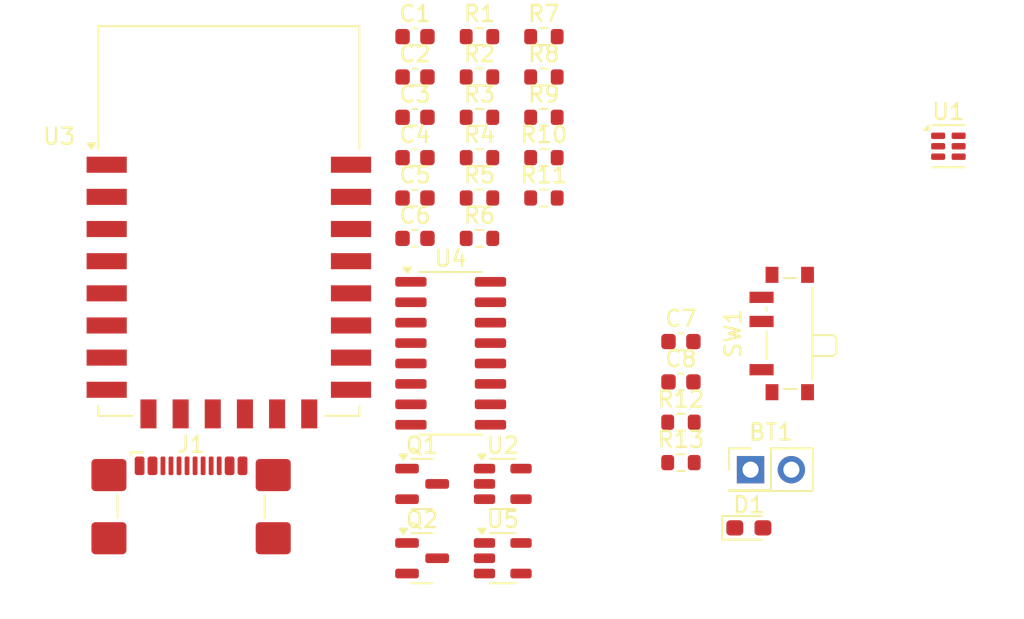
<source format=kicad_pcb>
(kicad_pcb (version 20240108) (generator "pcbnew") (generator_version "8.0")
  (layers (0 "F.Cu" signal) (31 "B.Cu" signal) (34 "B.Paste" user) (35 "F.Paste" user) (36 "B.SilkS" user "B.Silkscreen") (37 "F.SilkS" user "F.Silkscreen") (38 "B.Mask" user) (39 "F.Mask" user) (44 "Edge.Cuts" user))
  (net 0 "")
  (net 1 "VBUS")
  (net 2 "GND")
  (net 3 "+3.3V")
  (net 4 "VBAT")
  (net 5 "Net-(J1-CC2)")
  (net 6 "Net-(U4-UD-)")
  (net 7 "Net-(U4-UD+)")
  (net 8 "Net-(J1-CC1)")
  (net 11 "Net-(BT1-+)")
  (net 12 "Net-(Q1-B)")
  (net 13 "Net-(U4-V3)")
  (net 14 "Net-(Q1-E)")
  (net 15 "BOOT")
  (net 16 "Net-(Q2-B)")
  (net 17 "Net-(U4-TXD)")
  (net 18 "RXD")
  (net 19 "Net-(U4-RXD)")
  (net 20 "TXD")
  (net 21 "Net-(U2-PROG)")
  (net 22 "Net-(U2-STAT)")
  (net 23 "Net-(D1-K)")
  (net 24 "SDA")
  (net 25 "SCL")
  (net 26 "INT")
  (net 29 "Net-(Q2-E)")
  (net 35 "Net-(U3-GPIO15)")
  (net 36 "Net-(U3-EN)")
  (net 40 "RST")
  (footprint "Resistor_SMD:R_0603_1608Metric" (layer "F.Cu") (at 141.2 56.55)
    (property "Reference" "R9" (at 0 -1.43 0) (layer "F.SilkS"))
    (property "Value" "12K")
    (fp_line (start -0.237258 -0.5225) (end 0.237258 -0.5225) (stroke (width 0.12)) (layer "F.SilkS"))
    (fp_line (start -0.237258 0.5225) (end 0.237258 0.5225) (stroke (width 0.12)) (layer "F.SilkS"))
    (pad "1" smd roundrect (at -0.825 0) (size 0.8 0.95) (layers "F.Cu" "F.Paste" "F.Mask") (net 24 "SDA"))
    (pad "2" smd roundrect (at 0.825 0) (size 0.8 0.95) (layers "F.Cu" "F.Paste" "F.Mask") (net 3 "+3.3V"))
  )
  (footprint "Capacitor_SMD:C_0603_1608Metric" (layer "F.Cu") (at 133.18 56.55)
    (property "Reference" "C3" (at 0 -1.43 0) (layer "F.SilkS"))
    (property "Value" "0.1uF")
    (fp_line (start -0.14058 -0.51) (end 0.14058 -0.51) (stroke (width 0.12)) (layer "F.SilkS"))
    (fp_line (start -0.14058 0.51) (end 0.14058 0.51) (stroke (width 0.12)) (layer "F.SilkS"))
    (pad "1" smd roundrect (at -0.775 0) (size 0.9 0.95) (layers "F.Cu" "F.Paste" "F.Mask") (net 3 "+3.3V"))
    (pad "2" smd roundrect (at 0.775 0) (size 0.9 0.95) (layers "F.Cu" "F.Paste" "F.Mask") (net 2 "GND"))
  )
  (footprint "Package_TO_SOT_SMD:SOT-23" (layer "F.Cu") (at 133.62 83.98)
    (property "Reference" "Q2" (at 0 -2.4 0) (layer "F.SilkS"))
    (property "Value" "MMBT3904")
    (fp_line (start 0 -1.56) (end -0.65 -1.56) (stroke (width 0.12)) (layer "F.SilkS"))
    (fp_line (start 0 -1.56) (end 0.65 -1.56) (stroke (width 0.12)) (layer "F.SilkS"))
    (fp_line (start 0 1.56) (end -0.65 1.56) (stroke (width 0.12)) (layer "F.SilkS"))
    (fp_line (start 0 1.56) (end 0.65 1.56) (stroke (width 0.12)) (layer "F.SilkS"))
    (fp_poly (pts (xy -1.1625 -1.51) (xy -1.4025 -1.84) (xy -0.9225 -1.84) (xy -1.1625 -1.51)) (stroke (width 0.12)) (fill solid) (layer "F.SilkS"))
    (pad "1" smd roundrect (at -0.9375 -0.95) (size 1.475 0.6) (layers "F.Cu" "F.Paste" "F.Mask") (net 16 "Net-(Q2-B)"))
    (pad "2" smd roundrect (at -0.9375 0.95) (size 1.475 0.6) (layers "F.Cu" "F.Paste" "F.Mask") (net 29 "Net-(Q2-E)"))
    (pad "3" smd roundrect (at 0.9375 0) (size 1.475 0.6) (layers "F.Cu" "F.Paste" "F.Mask") (net 15 "BOOT"))
  )
  (footprint "Resistor_SMD:R_0603_1608Metric" (layer "F.Cu") (at 149.725 78.03)
    (property "Reference" "R13" (at 0 -1.43 0) (layer "F.SilkS"))
    (property "Value" "12K")
    (fp_line (start -0.237258 -0.5225) (end 0.237258 -0.5225) (stroke (width 0.12)) (layer "F.SilkS"))
    (fp_line (start -0.237258 0.5225) (end 0.237258 0.5225) (stroke (width 0.12)) (layer "F.SilkS"))
    (pad "1" smd roundrect (at -0.825 0) (size 0.8 0.95) (layers "F.Cu" "F.Paste" "F.Mask") (net 3 "+3.3V"))
    (pad "2" smd roundrect (at 0.825 0) (size 0.8 0.95) (layers "F.Cu" "F.Paste" "F.Mask") (net 36 "Net-(U3-EN)"))
  )
  (footprint "RF_Module:ESP-12E" (layer "F.Cu") (at 121.6 63)
    (property "Reference" "U3" (at -10.56 -5.26 0) (layer "F.SilkS"))
    (property "Value" "ESP-12F")
    (fp_line (start -8.12 -12.12) (end 8.12 -12.12) (stroke (width 0.12)) (layer "F.SilkS"))
    (fp_line (start -8.12 -4.5) (end -8.12 -12.12) (stroke (width 0.12)) (layer "F.SilkS"))
    (fp_line (start -8.12 12.12) (end -8.12 11.5) (stroke (width 0.12)) (layer "F.SilkS"))
    (fp_line (start -6 12.12) (end -8.12 12.12) (stroke (width 0.12)) (layer "F.SilkS"))
    (fp_line (start 8.12 -12.12) (end 8.12 -4.5) (stroke (width 0.12)) (layer "F.SilkS"))
    (fp_line (start 8.12 11.5) (end 8.12 12.12) (stroke (width 0.12)) (layer "F.SilkS"))
    (fp_line (start 8.12 12.12) (end 6 12.12) (stroke (width 0.12)) (layer "F.SilkS"))
    (fp_poly (pts (xy -8.55 -4.5) (xy -8.79 -4.836) (xy -8.31 -4.836) (xy -8.55 -4.5)) (stroke (width 0.12)) (fill solid) (layer "F.SilkS"))
    (pad "1" smd rect (at -7.6 -3.5) (size 2.5 1) (layers "F.Cu" "F.Paste" "F.Mask") (net 40 "RST"))
    (pad "2" smd rect (at -7.6 -1.5) (size 2.5 1) (layers "F.Cu" "F.Paste" "F.Mask"))
    (pad "3" smd rect (at -7.6 0.5) (size 2.5 1) (layers "F.Cu" "F.Paste" "F.Mask") (net 36 "Net-(U3-EN)"))
    (pad "4" smd rect (at -7.6 2.5) (size 2.5 1) (layers "F.Cu" "F.Paste" "F.Mask"))
    (pad "5" smd rect (at -7.6 4.5) (size 2.5 1) (layers "F.Cu" "F.Paste" "F.Mask") (net 25 "SCL"))
    (pad "6" smd rect (at -7.6 6.5) (size 2.5 1) (layers "F.Cu" "F.Paste" "F.Mask"))
    (pad "7" smd rect (at -7.6 8.5) (size 2.5 1) (layers "F.Cu" "F.Paste" "F.Mask"))
    (pad "8" smd rect (at -7.6 10.5) (size 2.5 1) (layers "F.Cu" "F.Paste" "F.Mask") (net 3 "+3.3V"))
    (pad "9" smd rect (at -5 12) (size 1 1.8) (layers "F.Cu" "F.Paste" "F.Mask"))
    (pad "10" smd rect (at -3 12) (size 1 1.8) (layers "F.Cu" "F.Paste" "F.Mask"))
    (pad "11" smd rect (at -1 12) (size 1 1.8) (layers "F.Cu" "F.Paste" "F.Mask"))
    (pad "12" smd rect (at 1 12) (size 1 1.8) (layers "F.Cu" "F.Paste" "F.Mask"))
    (pad "13" smd rect (at 3 12) (size 1 1.8) (layers "F.Cu" "F.Paste" "F.Mask"))
    (pad "14" smd rect (at 5 12) (size 1 1.8) (layers "F.Cu" "F.Paste" "F.Mask"))
    (pad "15" smd rect (at 7.6 10.5) (size 2.5 1) (layers "F.Cu" "F.Paste" "F.Mask") (net 2 "GND"))
    (pad "16" smd rect (at 7.6 8.5) (size 2.5 1) (layers "F.Cu" "F.Paste" "F.Mask") (net 35 "Net-(U3-GPIO15)"))
    (pad "17" smd rect (at 7.6 6.5) (size 2.5 1) (layers "F.Cu" "F.Paste" "F.Mask") (net 24 "SDA"))
    (pad "18" smd rect (at 7.6 4.5) (size 2.5 1) (layers "F.Cu" "F.Paste" "F.Mask") (net 15 "BOOT"))
    (pad "19" smd rect (at 7.6 2.5) (size 2.5 1) (layers "F.Cu" "F.Paste" "F.Mask") (net 26 "INT"))
    (pad "20" smd rect (at 7.6 0.5) (size 2.5 1) (layers "F.Cu" "F.Paste" "F.Mask"))
    (pad "21" smd rect (at 7.6 -1.5) (size 2.5 1) (layers "F.Cu" "F.Paste" "F.Mask") (net 18 "RXD"))
    (pad "22" smd rect (at 7.6 -3.5) (size 2.5 1) (layers "F.Cu" "F.Paste" "F.Mask") (net 20 "TXD"))
  )
  (footprint "Resistor_SMD:R_0603_1608Metric" (layer "F.Cu") (at 137.19 61.57)
    (property "Reference" "R5" (at 0 -1.43 0) (layer "F.SilkS"))
    (property "Value" "12K")
    (fp_line (start -0.237258 -0.5225) (end 0.237258 -0.5225) (stroke (width 0.12)) (layer "F.SilkS"))
    (fp_line (start -0.237258 0.5225) (end 0.237258 0.5225) (stroke (width 0.12)) (layer "F.SilkS"))
    (pad "1" smd roundrect (at -0.825 0) (size 0.8 0.95) (layers "F.Cu" "F.Paste" "F.Mask") (net 29 "Net-(Q2-E)"))
    (pad "2" smd roundrect (at 0.825 0) (size 0.8 0.95) (layers "F.Cu" "F.Paste" "F.Mask") (net 12 "Net-(Q1-B)"))
  )
  (footprint "OptoDevice:AMS_TSL25911FN" (layer "F.Cu") (at 166.3625 58.35)
    (property "Reference" "U1" (at 0 -2.15 0) (layer "F.SilkS"))
    (property "Value" "TSL25911FN")
    (fp_line (start -1 -1.31) (end 1 -1.31) (stroke (width 0.12)) (layer "F.SilkS"))
    (fp_line (start -1 1.31) (end 1 1.31) (stroke (width 0.12)) (layer "F.SilkS"))
    (fp_poly (pts (xy -1.23 -1.01) (xy -1.51 -1.01) (xy -1.23 -1.29) (xy -1.23 -1.01)) (stroke (width 0.12)) (fill solid) (layer "F.SilkS"))
    (pad "1" smd roundrect (at -0.6375 -0.65) (size 0.875 0.4) (layers "F.Cu" "F.Paste" "F.Mask") (net 25 "SCL"))
    (pad "2" smd roundrect (at -0.6375 0) (size 0.875 0.4) (layers "F.Cu" "F.Paste" "F.Mask") (net 26 "INT"))
    (pad "3" smd roundrect (at -0.6375 0.65) (size 0.875 0.4) (layers "F.Cu" "F.Paste" "F.Mask") (net 2 "GND"))
    (pad "4" smd roundrect (at 0.6375 0.65) (size 0.875 0.4) (layers "F.Cu" "F.Paste" "F.Mask"))
    (pad "5" smd roundrect (at 0.6375 0) (size 0.875 0.4) (layers "F.Cu" "F.Paste" "F.Mask") (net 3 "+3.3V"))
    (pad "6" smd roundrect (at 0.6375 -0.65) (size 0.875 0.4) (layers "F.Cu" "F.Paste" "F.Mask") (net 24 "SDA"))
  )
  (footprint "Resistor_SMD:R_0603_1608Metric" (layer "F.Cu") (at 141.2 61.57)
    (property "Reference" "R11" (at 0 -1.43 0) (layer "F.SilkS"))
    (property "Value" "12K")
    (fp_line (start -0.237258 -0.5225) (end 0.237258 -0.5225) (stroke (width 0.12)) (layer "F.SilkS"))
    (fp_line (start -0.237258 0.5225) (end 0.237258 0.5225) (stroke (width 0.12)) (layer "F.SilkS"))
    (pad "1" smd roundrect (at -0.825 0) (size 0.8 0.95) (layers "F.Cu" "F.Paste" "F.Mask") (net 26 "INT"))
    (pad "2" smd roundrect (at 0.825 0) (size 0.8 0.95) (layers "F.Cu" "F.Paste" "F.Mask") (net 3 "+3.3V"))
  )
  (footprint "Capacitor_SMD:C_0603_1608Metric" (layer "F.Cu") (at 133.18 59.06)
    (property "Reference" "C4" (at 0 -1.43 0) (layer "F.SilkS"))
    (property "Value" "10uF")
    (fp_line (start -0.14058 -0.51) (end 0.14058 -0.51) (stroke (width 0.12)) (layer "F.SilkS"))
    (fp_line (start -0.14058 0.51) (end 0.14058 0.51) (stroke (width 0.12)) (layer "F.SilkS"))
    (pad "1" smd roundrect (at -0.775 0) (size 0.9 0.95) (layers "F.Cu" "F.Paste" "F.Mask") (net 4 "VBAT"))
    (pad "2" smd roundrect (at 0.775 0) (size 0.9 0.95) (layers "F.Cu" "F.Paste" "F.Mask") (net 2 "GND"))
  )
  (footprint "Package_TO_SOT_SMD:SOT-23" (layer "F.Cu") (at 133.62 79.355)
    (property "Reference" "Q1" (at 0 -2.4 0) (layer "F.SilkS"))
    (property "Value" "MMBT3904")
    (fp_line (start 0 -1.56) (end -0.65 -1.56) (stroke (width 0.12)) (layer "F.SilkS"))
    (fp_line (start 0 -1.56) (end 0.65 -1.56) (stroke (width 0.12)) (layer "F.SilkS"))
    (fp_line (start 0 1.56) (end -0.65 1.56) (stroke (width 0.12)) (layer "F.SilkS"))
    (fp_line (start 0 1.56) (end 0.65 1.56) (stroke (width 0.12)) (layer "F.SilkS"))
    (fp_poly (pts (xy -1.1625 -1.51) (xy -1.4025 -1.84) (xy -0.9225 -1.84) (xy -1.1625 -1.51)) (stroke (width 0.12)) (fill solid) (layer "F.SilkS"))
    (pad "1" smd roundrect (at -0.9375 -0.95) (size 1.475 0.6) (layers "F.Cu" "F.Paste" "F.Mask") (net 12 "Net-(Q1-B)"))
    (pad "2" smd roundrect (at -0.9375 0.95) (size 1.475 0.6) (layers "F.Cu" "F.Paste" "F.Mask") (net 14 "Net-(Q1-E)"))
    (pad "3" smd roundrect (at 0.9375 0) (size 1.475 0.6) (layers "F.Cu" "F.Paste" "F.Mask") (net 40 "RST"))
  )
  (footprint "Resistor_SMD:R_0603_1608Metric" (layer "F.Cu") (at 137.19 64.08)
    (property "Reference" "R6" (at 0 -1.43 0) (layer "F.SilkS"))
    (property "Value" "12K")
    (fp_line (start -0.237258 -0.5225) (end 0.237258 -0.5225) (stroke (width 0.12)) (layer "F.SilkS"))
    (fp_line (start -0.237258 0.5225) (end 0.237258 0.5225) (stroke (width 0.12)) (layer "F.SilkS"))
    (pad "1" smd roundrect (at -0.825 0) (size 0.8 0.95) (layers "F.Cu" "F.Paste" "F.Mask") (net 14 "Net-(Q1-E)"))
    (pad "2" smd roundrect (at 0.825 0) (size 0.8 0.95) (layers "F.Cu" "F.Paste" "F.Mask") (net 16 "Net-(Q2-B)"))
  )
  (footprint "LED_SMD:LED_0603_1608Metric_Pad1.05x0.95mm_HandSolder" (layer "F.Cu") (at 153.95 82.09)
    (property "Reference" "D1" (at 0 -1.43 0) (layer "F.SilkS"))
    (property "Value" "LED")
    (fp_line (start -1.66 -0.735) (end -1.66 0.735) (stroke (width 0.12)) (layer "F.SilkS"))
    (fp_line (start -1.66 0.735) (end 0.8 0.735) (stroke (width 0.12)) (layer "F.SilkS"))
    (fp_line (start 0.8 -0.735) (end -1.66 -0.735) (stroke (width 0.12)) (layer "F.SilkS"))
    (pad "1" smd roundrect (at -0.875 0) (size 1.05 0.95) (layers "F.Cu" "F.Paste" "F.Mask") (net 23 "Net-(D1-K)"))
    (pad "2" smd roundrect (at 0.875 0) (size 1.05 0.95) (layers "F.Cu" "F.Paste" "F.Mask") (net 1 "VBUS"))
  )
  (footprint "Capacitor_SMD:C_0603_1608Metric" (layer "F.Cu") (at 133.18 51.53)
    (property "Reference" "C1" (at 0 -1.43 0) (layer "F.SilkS"))
    (property "Value" "10uF")
    (fp_line (start -0.14058 -0.51) (end 0.14058 -0.51) (stroke (width 0.12)) (layer "F.SilkS"))
    (fp_line (start -0.14058 0.51) (end 0.14058 0.51) (stroke (width 0.12)) (layer "F.SilkS"))
    (pad "1" smd roundrect (at -0.775 0) (size 0.9 0.95) (layers "F.Cu" "F.Paste" "F.Mask") (net 1 "VBUS"))
    (pad "2" smd roundrect (at 0.775 0) (size 0.9 0.95) (layers "F.Cu" "F.Paste" "F.Mask") (net 2 "GND"))
  )
  (footprint "Capacitor_SMD:C_0603_1608Metric" (layer "F.Cu") (at 149.725 73.01)
    (property "Reference" "C8" (at 0 -1.43 0) (layer "F.SilkS"))
    (property "Value" "0.1uF")
    (fp_line (start -0.14058 -0.51) (end 0.14058 -0.51) (stroke (width 0.12)) (layer "F.SilkS"))
    (fp_line (start -0.14058 0.51) (end 0.14058 0.51) (stroke (width 0.12)) (layer "F.SilkS"))
    (pad "1" smd roundrect (at -0.775 0) (size 0.9 0.95) (layers "F.Cu" "F.Paste" "F.Mask") (net 13 "Net-(U4-V3)"))
    (pad "2" smd roundrect (at 0.775 0) (size 0.9 0.95) (layers "F.Cu" "F.Paste" "F.Mask") (net 2 "GND"))
  )
  (footprint "Capacitor_SMD:C_0603_1608Metric" (layer "F.Cu") (at 133.18 64.08)
    (property "Reference" "C6" (at 0 -1.43 0) (layer "F.SilkS"))
    (property "Value" "0.1uF")
    (fp_line (start -0.14058 -0.51) (end 0.14058 -0.51) (stroke (width 0.12)) (layer "F.SilkS"))
    (fp_line (start -0.14058 0.51) (end 0.14058 0.51) (stroke (width 0.12)) (layer "F.SilkS"))
    (pad "1" smd roundrect (at -0.775 0) (size 0.9 0.95) (layers "F.Cu" "F.Paste" "F.Mask") (net 4 "VBAT"))
    (pad "2" smd roundrect (at 0.775 0) (size 0.9 0.95) (layers "F.Cu" "F.Paste" "F.Mask") (net 2 "GND"))
  )
  (footprint "Resistor_SMD:R_0603_1608Metric" (layer "F.Cu") (at 137.19 54.04)
    (property "Reference" "R2" (at 0 -1.43 0) (layer "F.SilkS"))
    (property "Value" "5.1K")
    (fp_line (start -0.237258 -0.5225) (end 0.237258 -0.5225) (stroke (width 0.12)) (layer "F.SilkS"))
    (fp_line (start -0.237258 0.5225) (end 0.237258 0.5225) (stroke (width 0.12)) (layer "F.SilkS"))
    (pad "1" smd roundrect (at -0.825 0) (size 0.8 0.95) (layers "F.Cu" "F.Paste" "F.Mask") (net 5 "Net-(J1-CC2)"))
    (pad "2" smd roundrect (at 0.825 0) (size 0.8 0.95) (layers "F.Cu" "F.Paste" "F.Mask") (net 2 "GND"))
  )
  (footprint "Package_TO_SOT_SMD:SOT-23-5" (layer "F.Cu") (at 138.64 79.355)
    (property "Reference" "U2" (at 0 -2.4 0) (layer "F.SilkS"))
    (property "Value" "MCP73831-2-OT")
    (fp_line (start 0 -1.56) (end -0.8 -1.56) (stroke (width 0.12)) (layer "F.SilkS"))
    (fp_line (start 0 -1.56) (end 0.8 -1.56) (stroke (width 0.12)) (layer "F.SilkS"))
    (fp_line (start 0 1.56) (end -0.8 1.56) (stroke (width 0.12)) (layer "F.SilkS"))
    (fp_line (start 0 1.56) (end 0.8 1.56) (stroke (width 0.12)) (layer "F.SilkS"))
    (fp_poly (pts (xy -1.3 -1.51) (xy -1.54 -1.84) (xy -1.06 -1.84) (xy -1.3 -1.51)) (stroke (width 0.12)) (fill solid) (layer "F.SilkS"))
    (pad "1" smd roundrect (at -1.1375 -0.95) (size 1.325 0.6) (layers "F.Cu" "F.Paste" "F.Mask") (net 22 "Net-(U2-STAT)"))
    (pad "2" smd roundrect (at -1.1375 0) (size 1.325 0.6) (layers "F.Cu" "F.Paste" "F.Mask") (net 2 "GND"))
    (pad "3" smd roundrect (at -1.1375 0.95) (size 1.325 0.6) (layers "F.Cu" "F.Paste" "F.Mask") (net 4 "VBAT"))
    (pad "4" smd roundrect (at 1.1375 0.95) (size 1.325 0.6) (layers "F.Cu" "F.Paste" "F.Mask") (net 1 "VBUS"))
    (pad "5" smd roundrect (at 1.1375 -0.95) (size 1.325 0.6) (layers "F.Cu" "F.Paste" "F.Mask") (net 21 "Net-(U2-PROG)"))
  )
  (footprint "Resistor_SMD:R_0603_1608Metric" (layer "F.Cu") (at 137.19 51.53)
    (property "Reference" "R1" (at 0 -1.43 0) (layer "F.SilkS"))
    (property "Value" "5.1K")
    (fp_line (start -0.237258 -0.5225) (end 0.237258 -0.5225) (stroke (width 0.12)) (layer "F.SilkS"))
    (fp_line (start -0.237258 0.5225) (end 0.237258 0.5225) (stroke (width 0.12)) (layer "F.SilkS"))
    (pad "1" smd roundrect (at -0.825 0) (size 0.8 0.95) (layers "F.Cu" "F.Paste" "F.Mask") (net 8 "Net-(J1-CC1)"))
    (pad "2" smd roundrect (at 0.825 0) (size 0.8 0.95) (layers "F.Cu" "F.Paste" "F.Mask") (net 2 "GND"))
  )
  (footprint "Capacitor_SMD:C_0603_1608Metric" (layer "F.Cu") (at 149.725 70.5)
    (property "Reference" "C7" (at 0 -1.43 0) (layer "F.SilkS"))
    (property "Value" "0.1uF")
    (fp_line (start -0.14058 -0.51) (end 0.14058 -0.51) (stroke (width 0.12)) (layer "F.SilkS"))
    (fp_line (start -0.14058 0.51) (end 0.14058 0.51) (stroke (width 0.12)) (layer "F.SilkS"))
    (pad "1" smd roundrect (at -0.775 0) (size 0.9 0.95) (layers "F.Cu" "F.Paste" "F.Mask") (net 1 "VBUS"))
    (pad "2" smd roundrect (at 0.775 0) (size 0.9 0.95) (layers "F.Cu" "F.Paste" "F.Mask") (net 2 "GND"))
  )
  (footprint "Resistor_SMD:R_0603_1608Metric" (layer "F.Cu") (at 137.19 56.55)
    (property "Reference" "R3" (at 0 -1.43 0) (layer "F.SilkS"))
    (property "Value" "499")
    (fp_line (start -0.237258 -0.5225) (end 0.237258 -0.5225) (stroke (width 0.12)) (layer "F.SilkS"))
    (fp_line (start -0.237258 0.5225) (end 0.237258 0.5225) (stroke (width 0.12)) (layer "F.SilkS"))
    (pad "1" smd roundrect (at -0.825 0) (size 0.8 0.95) (layers "F.Cu" "F.Paste" "F.Mask") (net 17 "Net-(U4-TXD)"))
    (pad "2" smd roundrect (at 0.825 0) (size 0.8 0.95) (layers "F.Cu" "F.Paste" "F.Mask") (net 18 "RXD"))
  )
  (footprint "Capacitor_SMD:C_0603_1608Metric" (layer "F.Cu") (at 133.18 61.57)
    (property "Reference" "C5" (at 0 -1.43 0) (layer "F.SilkS"))
    (property "Value" "0.1uF")
    (fp_line (start -0.14058 -0.51) (end 0.14058 -0.51) (stroke (width 0.12)) (layer "F.SilkS"))
    (fp_line (start -0.14058 0.51) (end 0.14058 0.51) (stroke (width 0.12)) (layer "F.SilkS"))
    (pad "1" smd roundrect (at -0.775 0) (size 0.9 0.95) (layers "F.Cu" "F.Paste" "F.Mask") (net 3 "+3.3V"))
    (pad "2" smd roundrect (at 0.775 0) (size 0.9 0.95) (layers "F.Cu" "F.Paste" "F.Mask") (net 2 "GND"))
  )
  (footprint "Connector_USB:USB_C_Receptacle_GCT_USB4110" (layer "F.Cu") (at 119.25 81.91)
    (property "Reference" "J1" (at 0 -5.015 0) (layer "F.SilkS"))
    (property "Value" "USB_C_Receptacle_USB2.0_16P")
    (fp_line (start -4.58 -0.435) (end -4.58 -1.845) (stroke (width 0.12)) (layer "F.SilkS"))
    (fp_line (start -3.76 -4.515) (end -3.76 -4.365) (stroke (width 0.12)) (layer "F.SilkS"))
    (fp_line (start -2.96 -4.515) (end -3.76 -4.515) (stroke (width 0.12)) (layer "F.SilkS"))
    (fp_line (start 4.58 -0.435) (end 4.58 -1.845) (stroke (width 0.12)) (layer "F.SilkS"))
    (pad "" np_thru_hole circle (at -2.89 -2.605) (size 0.65 0.65) (drill 0.65) (layers "F&B.Cu" "*.Mask"))
    (pad "" np_thru_hole circle (at 2.89 -2.605) (size 0.65 0.65) (drill 0.65) (layers "F&B.Cu" "*.Mask"))
    (pad "A1" smd roundrect (at -3.2 -3.68) (size 0.6 1.15) (layers "F.Cu" "F.Paste" "F.Mask") (net 2 "GND"))
    (pad "A4" smd roundrect (at -2.4 -3.68) (size 0.6 1.15) (layers "F.Cu" "F.Paste" "F.Mask") (net 1 "VBUS"))
    (pad "A5" smd roundrect (at -1.25 -3.68) (size 0.3 1.15) (layers "F.Cu" "F.Paste" "F.Mask") (net 8 "Net-(J1-CC1)"))
    (pad "A6" smd roundrect (at -0.25 -3.68) (size 0.3 1.15) (layers "F.Cu" "F.Paste" "F.Mask") (net 7 "Net-(U4-UD+)"))
    (pad "A7" smd roundrect (at 0.25 -3.68) (size 0.3 1.15) (layers "F.Cu" "F.Paste" "F.Mask") (net 6 "Net-(U4-UD-)"))
    (pad "A8" smd roundrect (at 1.25 -3.68) (size 0.3 1.15) (layers "F.Cu" "F.Paste" "F.Mask"))
    (pad "A9" smd roundrect (at 2.4 -3.68) (size 0.6 1.15) (layers "F.Cu" "F.Paste" "F.Mask") (net 1 "VBUS"))
    (pad "A12" smd roundrect (at 3.2 -3.68) (size 0.6 1.15) (layers "F.Cu" "F.Paste" "F.Mask") (net 2 "GND"))
    (pad "B1" smd roundrect (at 3.2 -3.68) (size 0.6 1.15) (layers "F.Cu" "F.Paste" "F.Mask") (net 2 "GND"))
    (pad "B4" smd roundrect (at 2.4 -3.68) (size 0.6 1.15) (layers "F.Cu" "F.Paste" "F.Mask") (net 1 "VBUS"))
    (pad "B5" smd roundrect (at 1.75 -3.68) (size 0.3 1.15) (layers "F.Cu" "F.Paste" "F.Mask") (net 5 "Net-(J1-CC2)"))
    (pad "B6" smd roundrect (at 0.75 -3.68) (size 0.3 1.15) (layers "F.Cu" "F.Paste" "F.Mask") (net 7 "Net-(U4-UD+)"))
    (pad "B7" smd roundrect (at -0.75 -3.68) (size 0.3 1.15) (layers "F.Cu" "F.Paste" "F.Mask") (net 6 "Net-(U4-UD-)"))
    (pad "B8" smd roundrect (at -1.75 -3.68) (size 0.3 1.15) (layers "F.Cu" "F.Paste" "F.Mask"))
    (pad "B9" smd roundrect (at -2.4 -3.68) (size 0.6 1.15) (layers "F.Cu" "F.Paste" "F.Mask") (net 1 "VBUS"))
    (pad "B12" smd roundrect (at -3.2 -3.68) (size 0.6 1.15) (layers "F.Cu" "F.Paste" "F.Mask") (net 2 "GND"))
    (pad "S1" smd roundrect (at -5.11 -3.105) (size 2.18 2) (layers "F.Cu" "F.Paste" "F.Mask") (roundrect_rratio 0.125) (net 2 "GND"))
    (pad "S1" smd roundrect (at -5.11 0.825) (size 2.18 2) (layers "F.Cu" "F.Paste" "F.Mask") (roundrect_rratio 0.125) (net 2 "GND"))
    (pad "S1" smd roundrect (at 5.11 -3.105) (size 2.18 2) (layers "F.Cu" "F.Paste" "F.Mask") (roundrect_rratio 0.125) (net 2 "GND"))
    (pad "S1" smd roundrect (at 5.11 0.825) (size 2.18 2) (layers "F.Cu" "F.Paste" "F.Mask") (roundrect_rratio 0.125) (net 2 "GND"))
  )
  (footprint "Resistor_SMD:R_0603_1608Metric" (layer "F.Cu") (at 137.19 59.06)
    (property "Reference" "R4" (at 0 -1.43 0) (layer "F.SilkS"))
    (property "Value" "499")
    (fp_line (start -0.237258 -0.5225) (end 0.237258 -0.5225) (stroke (width 0.12)) (layer "F.SilkS"))
    (fp_line (start -0.237258 0.5225) (end 0.237258 0.5225) (stroke (width 0.12)) (layer "F.SilkS"))
    (pad "1" smd roundrect (at -0.825 0) (size 0.8 0.95) (layers "F.Cu" "F.Paste" "F.Mask") (net 19 "Net-(U4-RXD)"))
    (pad "2" smd roundrect (at 0.825 0) (size 0.8 0.95) (layers "F.Cu" "F.Paste" "F.Mask") (net 20 "TXD"))
  )
  (footprint "Package_SO:SOIC-16_3.9x9.9mm_P1.27mm" (layer "F.Cu") (at 135.4 71.23)
    (property "Reference" "U4" (at 0 -5.9 0) (layer "F.SilkS"))
    (property "Value" "CH340C")
    (fp_line (start 0 -5.06) (end -1.95 -5.06) (stroke (width 0.12)) (layer "F.SilkS"))
    (fp_line (start 0 -5.06) (end 1.95 -5.06) (stroke (width 0.12)) (layer "F.SilkS"))
    (fp_line (start 0 5.06) (end -1.95 5.06) (stroke (width 0.12)) (layer "F.SilkS"))
    (fp_line (start 0 5.06) (end 1.95 5.06) (stroke (width 0.12)) (layer "F.SilkS"))
    (fp_poly (pts (xy -2.7 -5.005) (xy -2.94 -5.335) (xy -2.46 -5.335) (xy -2.7 -5.005)) (stroke (width 0.12)) (fill solid) (layer "F.SilkS"))
    (pad "1" smd roundrect (at -2.475 -4.445) (size 1.95 0.6) (layers "F.Cu" "F.Paste" "F.Mask") (net 2 "GND"))
    (pad "2" smd roundrect (at -2.475 -3.175) (size 1.95 0.6) (layers "F.Cu" "F.Paste" "F.Mask") (net 17 "Net-(U4-TXD)"))
    (pad "3" smd roundrect (at -2.475 -1.905) (size 1.95 0.6) (layers "F.Cu" "F.Paste" "F.Mask") (net 19 "Net-(U4-RXD)"))
    (pad "4" smd roundrect (at -2.475 -0.635) (size 1.95 0.6) (layers "F.Cu" "F.Paste" "F.Mask") (net 13 "Net-(U4-V3)"))
    (pad "5" smd roundrect (at -2.475 0.635) (size 1.95 0.6) (layers "F.Cu" "F.Paste" "F.Mask") (net 7 "Net-(U4-UD+)"))
    (pad "6" smd roundrect (at -2.475 1.905) (size 1.95 0.6) (layers "F.Cu" "F.Paste" "F.Mask") (net 6 "Net-(U4-UD-)"))
    (pad "7" smd roundrect (at -2.475 3.175) (size 1.95 0.6) (layers "F.Cu" "F.Paste" "F.Mask"))
    (pad "8" smd roundrect (at -2.475 4.445) (size 1.95 0.6) (layers "F.Cu" "F.Paste" "F.Mask"))
    (pad "9" smd roundrect (at 2.475 4.445) (size 1.95 0.6) (layers "F.Cu" "F.Paste" "F.Mask"))
    (pad "10" smd roundrect (at 2.475 3.175) (size 1.95 0.6) (layers "F.Cu" "F.Paste" "F.Mask"))
    (pad "11" smd roundrect (at 2.475 1.905) (size 1.95 0.6) (layers "F.Cu" "F.Paste" "F.Mask"))
    (pad "12" smd roundrect (at 2.475 0.635) (size 1.95 0.6) (layers "F.Cu" "F.Paste" "F.Mask"))
    (pad "13" smd roundrect (at 2.475 -0.635) (size 1.95 0.6) (layers "F.Cu" "F.Paste" "F.Mask") (net 29 "Net-(Q2-E)"))
    (pad "14" smd roundrect (at 2.475 -1.905) (size 1.95 0.6) (layers "F.Cu" "F.Paste" "F.Mask") (net 14 "Net-(Q1-E)"))
    (pad "15" smd roundrect (at 2.475 -3.175) (size 1.95 0.6) (layers "F.Cu" "F.Paste" "F.Mask"))
    (pad "16" smd roundrect (at 2.475 -4.445) (size 1.95 0.6) (layers "F.Cu" "F.Paste" "F.Mask") (net 1 "VBUS"))
  )
  (footprint "Resistor_SMD:R_0603_1608Metric" (layer "F.Cu") (at 141.2 54.04)
    (property "Reference" "R8" (at 0 -1.43 0) (layer "F.SilkS"))
    (property "Value" "12K")
    (fp_line (start -0.237258 -0.5225) (end 0.237258 -0.5225) (stroke (width 0.12)) (layer "F.SilkS"))
    (fp_line (start -0.237258 0.5225) (end 0.237258 0.5225) (stroke (width 0.12)) (layer "F.SilkS"))
    (pad "1" smd roundrect (at -0.825 0) (size 0.8 0.95) (layers "F.Cu" "F.Paste" "F.Mask") (net 23 "Net-(D1-K)"))
    (pad "2" smd roundrect (at 0.825 0) (size 0.8 0.95) (layers "F.Cu" "F.Paste" "F.Mask") (net 22 "Net-(U2-STAT)"))
  )
  (footprint "Resistor_SMD:R_0603_1608Metric" (layer "F.Cu") (at 149.725 75.52)
    (property "Reference" "R12" (at 0 -1.43 0) (layer "F.SilkS"))
    (property "Value" "12K")
    (fp_line (start -0.237258 -0.5225) (end 0.237258 -0.5225) (stroke (width 0.12)) (layer "F.SilkS"))
    (fp_line (start -0.237258 0.5225) (end 0.237258 0.5225) (stroke (width 0.12)) (layer "F.SilkS"))
    (pad "1" smd roundrect (at -0.825 0) (size 0.8 0.95) (layers "F.Cu" "F.Paste" "F.Mask") (net 35 "Net-(U3-GPIO15)"))
    (pad "2" smd roundrect (at 0.825 0) (size 0.8 0.95) (layers "F.Cu" "F.Paste" "F.Mask") (net 2 "GND"))
  )
  (footprint "Capacitor_SMD:C_0603_1608Metric" (layer "F.Cu") (at 133.18 54.04)
    (property "Reference" "C2" (at 0 -1.43 0) (layer "F.SilkS"))
    (property "Value" "10uF")
    (fp_line (start -0.14058 -0.51) (end 0.14058 -0.51) (stroke (width 0.12)) (layer "F.SilkS"))
    (fp_line (start -0.14058 0.51) (end 0.14058 0.51) (stroke (width 0.12)) (layer "F.SilkS"))
    (pad "1" smd roundrect (at -0.775 0) (size 0.9 0.95) (layers "F.Cu" "F.Paste" "F.Mask") (net 3 "+3.3V"))
    (pad "2" smd roundrect (at 0.775 0) (size 0.9 0.95) (layers "F.Cu" "F.Paste" "F.Mask") (net 2 "GND"))
  )
  (footprint "Button_Switch_SMD:SW_SPDT_PCM12" (layer "F.Cu") (at 156.17 70 90)
    (property "Reference" "SW1" (at 0 -3.2 90) (layer "F.SilkS"))
    (property "Value" "SW_SPDT")
    (fp_line (start 1.4 -1.12) (end 1.6 -1.12) (stroke (width 0.12)) (layer "F.SilkS"))
    (fp_line (start -1.6 -1.12) (end 0.1 -1.12) (stroke (width 0.12)) (layer "F.SilkS"))
    (fp_line (start -3.45 -0.07) (end -3.45 0.72) (stroke (width 0.12)) (layer "F.SilkS"))
    (fp_line (start 3.45 0.72) (end 3.45 -0.07) (stroke (width 0.12)) (layer "F.SilkS"))
    (fp_line (start -1.4 1.73) (end -1.4 3.02) (stroke (width 0.12)) (layer "F.SilkS"))
    (fp_line (start -2.85 1.73) (end 2.85 1.73) (stroke (width 0.12)) (layer "F.SilkS"))
    (fp_line (start -0.1 3.02) (end -0.1 1.73) (stroke (width 0.12)) (layer "F.SilkS"))
    (fp_line (start -0.1 3.02) (end -0.3 3.23) (stroke (width 0.12)) (layer "F.SilkS"))
    (fp_line (start -1.4 3.02) (end -1.2 3.23) (stroke (width 0.12)) (layer "F.SilkS"))
    (fp_line (start -1.2 3.23) (end -0.3 3.23) (stroke (width 0.12)) (layer "F.SilkS"))
    (pad "" smd rect (at -3.65 -0.78 90) (size 1 0.8) (layers "F.Cu" "F.Paste" "F.Mask"))
    (pad "" smd rect (at -3.65 1.43 90) (size 1 0.8) (layers "F.Cu" "F.Paste" "F.Mask"))
    (pad "" np_thru_hole circle (at -1.5 0.33 90) (size 0.9 0.9) (drill 0.9) (layers "*.Cu" "*.Mask"))
    (pad "" np_thru_hole circle (at 1.5 0.33 90) (size 0.9 0.9) (drill 0.9) (layers "*.Cu" "*.Mask"))
    (pad "" smd rect (at 3.65 -0.78 90) (size 1 0.8) (layers "F.Cu" "F.Paste" "F.Mask"))
    (pad "" smd rect (at 3.65 1.43 90) (size 1 0.8) (layers "F.Cu" "F.Paste" "F.Mask"))
    (pad "1" smd rect (at -2.25 -1.43 90) (size 0.7 1.5) (layers "F.Cu" "F.Paste" "F.Mask") (net 11 "Net-(BT1-+)"))
    (pad "2" smd rect (at 0.75 -1.43 90) (size 0.7 1.5) (layers "F.Cu" "F.Paste" "F.Mask") (net 4 "VBAT"))
    (pad "3" smd rect (at 2.25 -1.43 90) (size 0.7 1.5) (layers "F.Cu" "F.Paste" "F.Mask"))
  )
  (footprint "Resistor_SMD:R_0603_1608Metric" (layer "F.Cu") (at 141.2 51.53)
    (property "Reference" "R7" (at 0 -1.43 0) (layer "F.SilkS"))
    (property "Value" "12K")
    (fp_line (start -0.237258 -0.5225) (end 0.237258 -0.5225) (stroke (width 0.12)) (layer "F.SilkS"))
    (fp_line (start -0.237258 0.5225) (end 0.237258 0.5225) (stroke (width 0.12)) (layer "F.SilkS"))
    (pad "1" smd roundrect (at -0.825 0) (size 0.8 0.95) (layers "F.Cu" "F.Paste" "F.Mask") (net 2 "GND"))
    (pad "2" smd roundrect (at 0.825 0) (size 0.8 0.95) (layers "F.Cu" "F.Paste" "F.Mask") (net 21 "Net-(U2-PROG)"))
  )
  (footprint "Package_TO_SOT_SMD:SOT-23-5" (layer "F.Cu") (at 138.64 83.98)
    (property "Reference" "U5" (at 0 -2.4 0) (layer "F.SilkS"))
    (property "Value" "TLV70233DBVR")
    (fp_line (start 0 -1.56) (end -0.8 -1.56) (stroke (width 0.12)) (layer "F.SilkS"))
    (fp_line (start 0 -1.56) (end 0.8 -1.56) (stroke (width 0.12)) (layer "F.SilkS"))
    (fp_line (start 0 1.56) (end -0.8 1.56) (stroke (width 0.12)) (layer "F.SilkS"))
    (fp_line (start 0 1.56) (end 0.8 1.56) (stroke (width 0.12)) (layer "F.SilkS"))
    (fp_poly (pts (xy -1.3 -1.51) (xy -1.54 -1.84) (xy -1.06 -1.84) (xy -1.3 -1.51)) (stroke (width 0.12)) (fill solid) (layer "F.SilkS"))
    (pad "1" smd roundrect (at -1.1375 -0.95) (size 1.325 0.6) (layers "F.Cu" "F.Paste" "F.Mask") (net 4 "VBAT"))
    (pad "2" smd roundrect (at -1.1375 0) (size 1.325 0.6) (layers "F.Cu" "F.Paste" "F.Mask") (net 2 "GND"))
    (pad "3" smd roundrect (at -1.1375 0.95) (size 1.325 0.6) (layers "F.Cu" "F.Paste" "F.Mask") (net 4 "VBAT"))
    (pad "4" smd roundrect (at 1.1375 0.95) (size 1.325 0.6) (layers "F.Cu" "F.Paste" "F.Mask"))
    (pad "5" smd roundrect (at 1.1375 -0.95) (size 1.325 0.6) (layers "F.Cu" "F.Paste" "F.Mask") (net 3 "+3.3V"))
  )
  (footprint "Resistor_SMD:R_0603_1608Metric" (layer "F.Cu") (at 141.2 59.06)
    (property "Reference" "R10" (at 0 -1.43 0) (layer "F.SilkS"))
    (property "Value" "12K")
    (fp_line (start -0.237258 -0.5225) (end 0.237258 -0.5225) (stroke (width 0.12)) (layer "F.SilkS"))
    (fp_line (start -0.237258 0.5225) (end 0.237258 0.5225) (stroke (width 0.12)) (layer "F.SilkS"))
    (pad "1" smd roundrect (at -0.825 0) (size 0.8 0.95) (layers "F.Cu" "F.Paste" "F.Mask") (net 25 "SCL"))
    (pad "2" smd roundrect (at 0.825 0) (size 0.8 0.95) (layers "F.Cu" "F.Paste" "F.Mask") (net 3 "+3.3V"))
  )
  (footprint "Connector_PinHeader_2.54mm:PinHeader_2x01_P2.54mm_Vertical" (layer "F.Cu") (at 154.055 78.47)
    (property "Reference" "BT1" (at 1.27 -2.33 0) (layer "F.SilkS"))
    (property "Value" "Battery_Cell")
    (fp_line (start -1.33 -1.33) (end 0 -1.33) (stroke (width 0.12)) (layer "F.SilkS"))
    (fp_line (start -1.33 0) (end -1.33 -1.33) (stroke (width 0.12)) (layer "F.SilkS"))
    (fp_line (start -1.33 1.27) (end -1.33 1.33) (stroke (width 0.12)) (layer "F.SilkS"))
    (fp_line (start -1.33 1.27) (end 1.27 1.27) (stroke (width 0.12)) (layer "F.SilkS"))
    (fp_line (start -1.33 1.33) (end 3.87 1.33) (stroke (width 0.12)) (layer "F.SilkS"))
    (fp_line (start 1.27 -1.33) (end 3.87 -1.33) (stroke (width 0.12)) (layer "F.SilkS"))
    (fp_line (start 1.27 1.27) (end 1.27 -1.33) (stroke (width 0.12)) (layer "F.SilkS"))
    (fp_line (start 3.87 -1.33) (end 3.87 1.33) (stroke (width 0.12)) (layer "F.SilkS"))
    (pad "1" thru_hole rect (at 0 0) (size 1.7 1.7) (drill 1) (layers "*.Cu" "*.Mask") (net 11 "Net-(BT1-+)"))
    (pad "2" thru_hole oval (at 2.54 0) (size 1.7 1.7) (drill 1) (layers "*.Cu" "*.Mask") (net 2 "GND"))
  )
)
</source>
